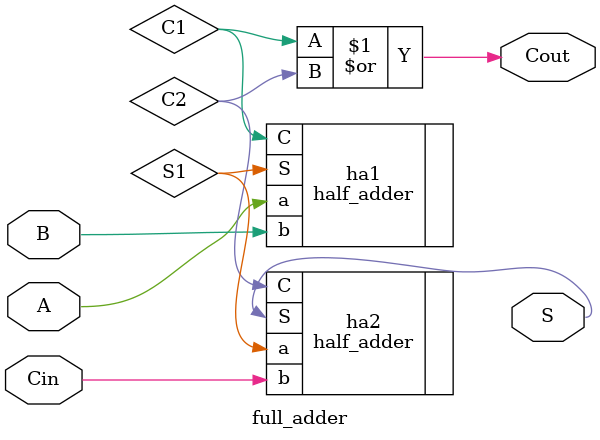
<source format=v>
module full_adder (
    input wire A,      // 第一个输入
    input wire B,      // 第二个输入
    input wire Cin,    // 输入进位
    output wire S,     // 和输出
    output wire Cout   // 输出进位
);

    wire S1, C1, C2;   // 中间信号

    // 实例化第一个半加器
    half_adder ha1 (
        .a(A),
        .b(B),
        .S(S1),
        .C(C1)
    );

    // 实例化第二个半加器
    half_adder ha2 (
        .a(S1),
        .b(Cin),
        .S(S),
        .C(C2)
    );

    // 通过 OR 门合并两个进位
    assign Cout = C1 | C2;

endmodule

</source>
